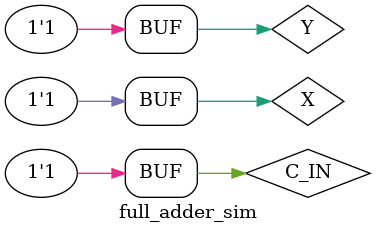
<source format=v>
`timescale 1ns / 1ps


module full_adder_sim;
    reg X2, Y2, C_IN2;
    wire C_OUT2, S2;
    full_adder uut(.X2(X2), .Y2(Y2), .C_IN2(C_IN2), .C_OUT2(C_OUT2), .S2(S2));
    initial begin
        X=0;Y=0;C_IN=0;
        #100;
        X=0;Y=1;C_IN=0;
        #100;
        X=1;Y=0;C_IN=0;
        #100;
        X=1;Y=1;C_IN=0;
        #100;
        X=0;Y=0;C_IN=1;
        #100;
        X=0;Y=1;C_IN=1;
        #100;
        X=1;Y=0;C_IN=1;
        #100;
        X=1;Y=1;C_IN=1;
        #100;
    end  
endmodule

</source>
